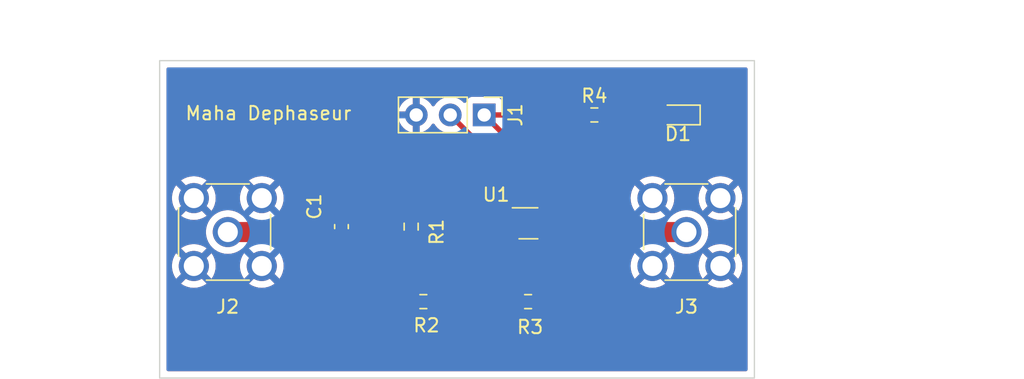
<source format=kicad_pcb>
(kicad_pcb (version 20211014) (generator pcbnew)
  (layers (0 "F.Cu" signal) (31 "B.Cu" signal) (34 "B.Paste" user) (35 "F.Paste" user) (36 "B.SilkS" user "B.Silkscreen") (37 "F.SilkS" user "F.Silkscreen") (38 "B.Mask" user) (39 "F.Mask" user) (44 "Edge.Cuts" user))
  (net 0 "")
  (net 1 "Net-(C1-Pad1)")
  (net 2 "GND")
  (net 3 "V+")
  (net 4 "V-")
  (net 5 "Ve")
  (net 6 "Net-(R2-Pad2)")
  (net 7 "Vout")
  (net 8 "Net-(D1-Pad2)")
  (footprint "Connector_PinHeader_2.54mm:PinHeader_1x03_P2.54mm_Vertical" (layer "F.Cu") (at 135.763 72.136 -90)
    (fp_text reference "J1" (at 0 -2.33 90) (layer "F.SilkS"))
    (fp_text value "Conn_01x03_Male")
    (fp_line (start -1.33 6.41) (end 1.33 6.41) (layer "F.SilkS") (width 0.12))
    (fp_line (start -1.33 0) (end -1.33 -1.33) (layer "F.SilkS") (width 0.12))
    (fp_line (start 1.33 1.27) (end 1.33 6.41) (layer "F.SilkS") (width 0.12))
    (fp_line (start -1.33 -1.33) (end 0 -1.33) (layer "F.SilkS") (width 0.12))
    (fp_line (start -1.33 1.27) (end -1.33 6.41) (layer "F.SilkS") (width 0.12))
    (fp_line (start -1.33 1.27) (end 1.33 1.27) (layer "F.SilkS") (width 0.12))
    (pad "1" thru_hole rect (at 0 0 270) (size 1.7 1.7) (drill 1) (layers *.Cu *.Mask) (net 3 "V+"))
    (pad "2" thru_hole oval (at 0 2.54 270) (size 1.7 1.7) (drill 1) (layers *.Cu *.Mask) (net 4 "V-"))
    (pad "3" thru_hole oval (at 0 5.08 270) (size 1.7 1.7) (drill 1) (layers *.Cu *.Mask) (net 2 "GND"))
  )
  (footprint "Resistor_SMD:R_0603_1608Metric_Pad0.98x0.95mm_HandSolder" (layer "F.Cu") (at 139.0415 86.106)
    (fp_text reference "R3" (at 0.1505 1.905) (layer "F.SilkS"))
    (fp_text value "R")
    (fp_line (start -0.254724 0.5225) (end 0.254724 0.5225) (layer "F.SilkS") (width 0.12))
    (fp_line (start -0.254724 -0.5225) (end 0.254724 -0.5225) (layer "F.SilkS") (width 0.12))
    (pad "1" smd roundrect (at -0.9125 0) (size 0.975 0.95) (layers "F.Cu" "F.Paste" "F.Mask") (net 6 "Net-(R2-Pad2)"))
    (pad "2" smd roundrect (at 0.9125 0) (size 0.975 0.95) (layers "F.Cu" "F.Paste" "F.Mask") (net 7 "Vout"))
  )
  (footprint "LED_SMD:LED_0603_1608Metric_Pad1.05x0.95mm_HandSolder" (layer "F.Cu") (at 150.241 72.136 180)
    (fp_text reference "D1" (at 0 -1.43) (layer "F.SilkS"))
    (fp_text value "LED")
    (fp_line (start -1.66 0.735) (end 0.8 0.735) (layer "F.SilkS") (width 0.12))
    (fp_line (start -1.66 -0.735) (end -1.66 0.735) (layer "F.SilkS") (width 0.12))
    (fp_line (start 0.8 -0.735) (end -1.66 -0.735) (layer "F.SilkS") (width 0.12))
    (pad "1" smd roundrect (at -0.875 0 180) (size 1.05 0.95) (layers "F.Cu" "F.Paste" "F.Mask") (net 2 "GND"))
    (pad "2" smd roundrect (at 0.875 0 180) (size 1.05 0.95) (layers "F.Cu" "F.Paste" "F.Mask") (net 8 "Net-(D1-Pad2)"))
  )
  (footprint "Resistor_SMD:R_0603_1608Metric_Pad0.98x0.95mm_HandSolder" (layer "F.Cu") (at 130.302 80.4945 90)
    (fp_text reference "R1" (at -0.4045 1.905 90) (layer "F.SilkS"))
    (fp_text value "R")
    (fp_line (start -0.254724 -0.5225) (end 0.254724 -0.5225) (layer "F.SilkS") (width 0.12))
    (fp_line (start -0.254724 0.5225) (end 0.254724 0.5225) (layer "F.SilkS") (width 0.12))
    (pad "1" smd roundrect (at -0.9125 0 90) (size 0.975 0.95) (layers "F.Cu" "F.Paste" "F.Mask") (net 5 "Ve"))
    (pad "2" smd roundrect (at 0.9125 0 90) (size 0.975 0.95) (layers "F.Cu" "F.Paste" "F.Mask") (net 1 "Net-(C1-Pad1)"))
  )
  (footprint "Connector_Coaxial:SMA_Molex_73251-2200_Horizontal" (layer "F.Cu") (at 150.876 80.899 -90)
    (fp_text reference "J3" (at 5.588 0) (layer "F.SilkS"))
    (fp_text value "Conn_01x02_Male")
    (fp_line (start -3.6 -1.6) (end -3.6 1.6) (layer "F.SilkS") (width 0.12))
    (fp_line (start -1.8 -3.68) (end 1.8 -3.68) (layer "F.SilkS") (width 0.12))
    (fp_line (start 3.6 -1.6) (end 3.6 1.6) (layer "F.SilkS") (width 0.12))
    (fp_line (start -1.3 3.2) (end 1.3 3.2) (layer "F.SilkS") (width 0.12))
    (pad "1" thru_hole circle (at 0 0 270) (size 2.25 2.25) (drill 1.5) (layers *.Cu *.Mask) (net 7 "Vout"))
    (pad "2" thru_hole circle (at -2.54 -2.54 270) (size 2.25 2.25) (drill 1.5) (layers *.Cu *.Mask) (net 2 "GND"))
    (pad "2" thru_hole circle (at 2.54 -2.54 270) (size 2.25 2.25) (drill 1.5) (layers *.Cu *.Mask) (net 2 "GND"))
    (pad "2" thru_hole circle (at -2.54 2.54 270) (size 2.25 2.25) (drill 1.5) (layers *.Cu *.Mask) (net 2 "GND"))
    (pad "2" thru_hole circle (at 2.54 2.54) (size 2.25 2.25) (drill 1.5) (layers *.Cu *.Mask) (net 2 "GND"))
  )
  (footprint "Resistor_SMD:R_0603_1608Metric_Pad0.98x0.95mm_HandSolder" (layer "F.Cu") (at 131.2145 86.106)
    (fp_text reference "R2" (at 0.2305 1.778) (layer "F.SilkS"))
    (fp_text value "R")
    (fp_line (start -0.254724 -0.5225) (end 0.254724 -0.5225) (layer "F.SilkS") (width 0.12))
    (fp_line (start -0.254724 0.5225) (end 0.254724 0.5225) (layer "F.SilkS") (width 0.12))
    (pad "1" smd roundrect (at -0.9125 0) (size 0.975 0.95) (layers "F.Cu" "F.Paste" "F.Mask") (net 5 "Ve"))
    (pad "2" smd roundrect (at 0.9125 0) (size 0.975 0.95) (layers "F.Cu" "F.Paste" "F.Mask") (net 6 "Net-(R2-Pad2)"))
  )
  (footprint "Connector_Coaxial:SMA_Molex_73251-2200_Horizontal" (layer "F.Cu") (at 116.599 80.899 90)
    (fp_text reference "J2" (at -5.588 -0.013) (layer "F.SilkS"))
    (fp_text value "Conn_01x02_Male")
    (fp_line (start -1.3 3.2) (end 1.3 3.2) (layer "F.SilkS") (width 0.12))
    (fp_line (start 3.6 -1.6) (end 3.6 1.6) (layer "F.SilkS") (width 0.12))
    (fp_line (start -1.8 -3.68) (end 1.8 -3.68) (layer "F.SilkS") (width 0.12))
    (fp_line (start -3.6 -1.6) (end -3.6 1.6) (layer "F.SilkS") (width 0.12))
    (pad "1" thru_hole circle (at 0 0 90) (size 2.25 2.25) (drill 1.5) (layers *.Cu *.Mask) (net 5 "Ve"))
    (pad "2" thru_hole circle (at 2.54 2.54 180) (size 2.25 2.25) (drill 1.5) (layers *.Cu *.Mask) (net 2 "GND"))
    (pad "2" thru_hole circle (at -2.54 -2.54 90) (size 2.25 2.25) (drill 1.5) (layers *.Cu *.Mask) (net 2 "GND"))
    (pad "2" thru_hole circle (at 2.54 -2.54 90) (size 2.25 2.25) (drill 1.5) (layers *.Cu *.Mask) (net 2 "GND"))
    (pad "2" thru_hole circle (at -2.54 2.54 90) (size 2.25 2.25) (drill 1.5) (layers *.Cu *.Mask) (net 2 "GND"))
  )
  (footprint "Package_TO_SOT_SMD:SOT-353_SC-70-5_Handsoldering" (layer "F.Cu") (at 139.06609 80.243737)
    (fp_text reference "U1" (at -2.41409 -2.138737) (layer "F.SilkS"))
    (fp_text value "MIC920YC5")
    (fp_line (start -0.7 1.16) (end 0.7 1.16) (layer "F.SilkS") (width 0.12))
    (fp_line (start 0.7 -1.16) (end -1.2 -1.16) (layer "F.SilkS") (width 0.12))
    (pad "1" smd rect (at -1.33 -0.65) (size 1.5 0.4) (layers "F.Cu" "F.Paste" "F.Mask") (net 1 "Net-(C1-Pad1)"))
    (pad "2" smd rect (at -1.33 0) (size 1.5 0.4) (layers "F.Cu" "F.Paste" "F.Mask") (net 4 "V-"))
    (pad "3" smd rect (at -1.33 0.65) (size 1.5 0.4) (layers "F.Cu" "F.Paste" "F.Mask") (net 6 "Net-(R2-Pad2)"))
    (pad "4" smd rect (at 1.33 0.65) (size 1.5 0.4) (layers "F.Cu" "F.Paste" "F.Mask") (net 7 "Vout"))
    (pad "5" smd rect (at 1.33 -0.65) (size 1.5 0.4) (layers "F.Cu" "F.Paste" "F.Mask") (net 3 "V+"))
  )
  (footprint "Resistor_SMD:R_0603_1608Metric_Pad0.98x0.95mm_HandSolder" (layer "F.Cu") (at 143.9945 72.136)
    (fp_text reference "R4" (at 0 -1.43) (layer "F.SilkS"))
    (fp_text value "R")
    (fp_line (start -0.254724 -0.5225) (end 0.254724 -0.5225) (layer "F.SilkS") (width 0.12))
    (fp_line (start -0.254724 0.5225) (end 0.254724 0.5225) (layer "F.SilkS") (width 0.12))
    (pad "1" smd roundrect (at -0.9125 0) (size 0.975 0.95) (layers "F.Cu" "F.Paste" "F.Mask") (net 3 "V+"))
    (pad "2" smd roundrect (at 0.9125 0) (size 0.975 0.95) (layers "F.Cu" "F.Paste" "F.Mask") (net 8 "Net-(D1-Pad2)"))
  )
  (footprint "Capacitor_SMD:C_0603_1608Metric_Pad1.08x0.95mm_HandSolder" (layer "F.Cu") (at 125.095 80.4915 -90)
    (fp_text reference "C1" (at -1.4975 2.032 90) (layer "F.SilkS"))
    (fp_text value "C")
    (fp_line (start -0.146267 0.51) (end 0.146267 0.51) (layer "F.SilkS") (width 0.12))
    (fp_line (start -0.146267 -0.51) (end 0.146267 -0.51) (layer "F.SilkS") (width 0.12))
    (pad "1" smd roundrect (at -0.8625 0 270) (size 1.075 0.95) (layers "F.Cu" "F.Paste" "F.Mask") (net 1 "Net-(C1-Pad1)"))
    (pad "2" smd roundrect (at 0.8625 0 270) (size 1.075 0.95) (layers "F.Cu" "F.Paste" "F.Mask") (net 2 "GND"))
  )
  (gr_rect (start 111.506 68.072) (end 155.956 91.821) (layer "Edge.Cuts") (width 0.1) (fill none))
  (gr_text "Maha Dephaseur\n" (at 119.634 72.009) (layer "F.SilkS") (effects (font (size 1 1))))
  (segment (start 125.142 79.582) (end 125.095 79.629) (width 1.6) (layer "F.Cu") (net 1))
  (segment (start 130.302 79.582) (end 125.142 79.582) (width 1.5) (layer "F.Cu") (net 1))
  (segment (start 137.73609 79.593737) (end 130.313737 79.593737) (width 0.4) (layer "F.Cu") (net 1))
  (segment (start 130.313737 79.593737) (end 130.302 79.582) (width 0.25) (layer "F.Cu") (net 1))
  (segment (start 140.39609 76.76909) (end 135.763 72.136) (width 0.4) (layer "F.Cu") (net 3))
  (segment (start 135.763 72.136) (end 143.082 72.136) (width 0.4) (layer "F.Cu") (net 3))
  (segment (start 140.39609 79.593737) (end 140.39609 76.76909) (width 0.4) (layer "F.Cu") (net 3))
  (segment (start 137.73609 80.243737) (end 138.83609 80.243737) (width 0.4) (layer "F.Cu") (net 4))
  (segment (start 139.065 77.978) (end 133.223 72.136) (width 0.4) (layer "F.Cu") (net 4))
  (segment (start 138.83609 80.243737) (end 139.065 80.014827) (width 0.4) (layer "F.Cu") (net 4))
  (segment (start 139.065 80.014827) (end 139.065 77.978) (width 0.4) (layer "F.Cu") (net 4))
  (segment (start 125.984 86.106) (end 120.777 80.899) (width 1.5) (layer "F.Cu") (net 5))
  (segment (start 130.302 86.106) (end 125.984 86.106) (width 1.5) (layer "F.Cu") (net 5))
  (segment (start 130.302 81.407) (end 130.302 86.106) (width 1.5) (layer "F.Cu") (net 5))
  (segment (start 120.777 80.899) (end 116.599 80.899) (width 1.5) (layer "F.Cu") (net 5))
  (segment (start 137.73609 85.71309) (end 137.73609 80.893737) (width 0.4) (layer "F.Cu") (net 6))
  (segment (start 138.129 86.106) (end 137.73609 85.71309) (width 0.4) (layer "F.Cu") (net 6))
  (segment (start 138.129 86.106) (end 132.127 86.106) (width 0.4) (layer "F.Cu") (net 6))
  (segment (start 140.401353 80.899) (end 140.39609 80.893737) (width 1.5) (layer "F.Cu") (net 7))
  (segment (start 139.954 86.106) (end 140.39609 85.66391) (width 1.5) (layer "F.Cu") (net 7))
  (segment (start 150.876 80.899) (end 140.401353 80.899) (width 1.5) (layer "F.Cu") (net 7))
  (segment (start 140.39609 85.66391) (end 140.39609 80.893737) (width 1.5) (layer "F.Cu") (net 7))
  (segment (start 144.907 72.136) (end 149.366 72.136) (width 0.25) (layer "F.Cu") (net 8))
  (zone (net 2) (net_name "GND") (layers F&B.Cu) (connect_pads (clearance 0.508)) (min_thickness 0.254) (fill yes (thermal_gap 0.508) (thermal_bridge_width 0.508))
    (polygon (pts (xy 155.956 91.821) (xy 111.506 91.821) (xy 111.506 68.072) (xy 155.956 68.072)))
  )
)
</source>
